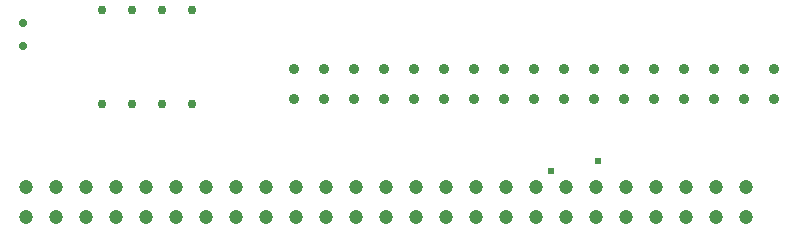
<source format=gbr>
G04 DesignSpark PCB Gerber Version 11.0 Build 5877*
%FSLAX35Y35*%
%MOIN*%
%ADD83C,0.02400*%
%ADD120C,0.02756*%
%ADD121C,0.02988*%
%ADD118C,0.03600*%
%ADD119C,0.04724*%
X0Y0D02*
D02*
D83*
X190134Y24045D03*
X205764Y27171D03*
D02*
D118*
X104317Y48022D03*
Y58022D03*
X114317Y48022D03*
Y58022D03*
X124317Y48022D03*
Y58022D03*
X134317Y48022D03*
Y58022D03*
X144317Y48022D03*
Y58022D03*
X154317Y48022D03*
Y58022D03*
X164317Y48022D03*
Y58022D03*
X174317Y48022D03*
Y58022D03*
X184317Y48022D03*
Y58022D03*
X194317Y48022D03*
Y58022D03*
X204317Y48022D03*
Y58022D03*
X214317Y48022D03*
Y58022D03*
X224317Y48022D03*
Y58022D03*
X234317Y48022D03*
Y58022D03*
X244317Y48022D03*
Y58022D03*
X254317Y48022D03*
Y58022D03*
X264317Y48022D03*
Y58022D03*
D02*
D119*
X15079Y8415D03*
Y18415D03*
X25079Y8415D03*
Y18415D03*
X35079Y8415D03*
Y18415D03*
X45079Y8415D03*
Y18415D03*
X55079Y8415D03*
Y18415D03*
X65079Y8415D03*
Y18415D03*
X75079Y8415D03*
Y18415D03*
X85079Y8415D03*
Y18415D03*
X95079Y8415D03*
Y18415D03*
X105079Y8415D03*
Y18415D03*
X115079Y8415D03*
Y18415D03*
X125079Y8415D03*
Y18415D03*
X135079Y8415D03*
Y18415D03*
X145079Y8415D03*
Y18415D03*
X155079Y8415D03*
Y18415D03*
X165079Y8415D03*
Y18415D03*
X175079Y8415D03*
Y18415D03*
X185079Y8415D03*
Y18415D03*
X195079Y8415D03*
Y18415D03*
X205079Y8415D03*
Y18415D03*
X215079Y8415D03*
Y18415D03*
X225079Y8415D03*
Y18415D03*
X235079Y8415D03*
Y18415D03*
X245079Y8415D03*
Y18415D03*
X255079Y8415D03*
Y18415D03*
D02*
D120*
X14141Y65435D03*
Y73309D03*
D02*
D121*
X40404Y46243D03*
Y77495D03*
X50404Y46243D03*
Y77495D03*
X60404Y46243D03*
Y77495D03*
X70404Y46243D03*
Y77495D03*
X0Y0D02*
M02*

</source>
